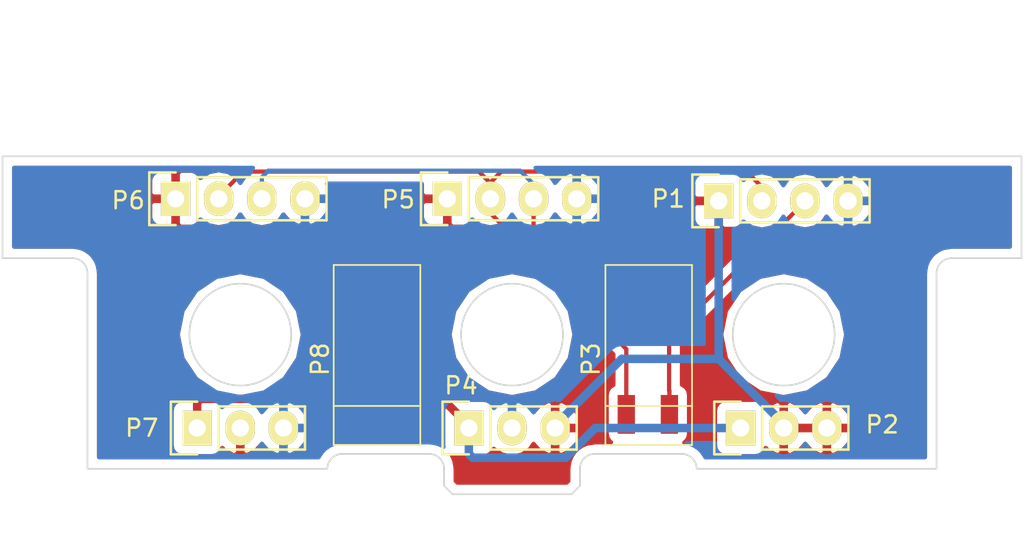
<source format=kicad_pcb>
(kicad_pcb (version 4) (host pcbnew "(2016-01-25 BZR 6514, Git a23e712)-product")

  (general
    (links 22)
    (no_connects 0)
    (area 145.949999 104.949999 206.050001 124.950001)
    (thickness 1.6)
    (drawings 31)
    (tracks 59)
    (zones 0)
    (modules 8)
    (nets 6)
  )

  (page A4)
  (layers
    (0 F.Cu signal hide)
    (31 B.Cu signal hide)
    (32 B.Adhes user)
    (33 F.Adhes user)
    (34 B.Paste user)
    (35 F.Paste user)
    (36 B.SilkS user)
    (37 F.SilkS user)
    (38 B.Mask user)
    (39 F.Mask user)
    (40 Dwgs.User user)
    (41 Cmts.User user)
    (42 Eco1.User user)
    (43 Eco2.User user)
    (44 Edge.Cuts user)
    (45 Margin user)
    (46 B.CrtYd user)
    (47 F.CrtYd user)
    (48 B.Fab user)
    (49 F.Fab user)
  )

  (setup
    (last_trace_width 0.25)
    (trace_clearance 0.2)
    (zone_clearance 0.508)
    (zone_45_only no)
    (trace_min 0.2)
    (segment_width 0.2)
    (edge_width 0.1)
    (via_size 0.6)
    (via_drill 0.4)
    (via_min_size 0.4)
    (via_min_drill 0.3)
    (uvia_size 0.3)
    (uvia_drill 0.1)
    (uvias_allowed no)
    (uvia_min_size 0.2)
    (uvia_min_drill 0.1)
    (pcb_text_width 0.3)
    (pcb_text_size 1.5 1.5)
    (mod_edge_width 0.15)
    (mod_text_size 1 1)
    (mod_text_width 0.15)
    (pad_size 1.524 1.524)
    (pad_drill 0.762)
    (pad_to_mask_clearance 0.2)
    (aux_axis_origin 0 0)
    (visible_elements FFFFFF7F)
    (pcbplotparams
      (layerselection 0x010f0_ffffffff)
      (usegerberextensions true)
      (excludeedgelayer true)
      (linewidth 0.100000)
      (plotframeref false)
      (viasonmask false)
      (mode 1)
      (useauxorigin true)
      (hpglpennumber 1)
      (hpglpenspeed 20)
      (hpglpendiameter 15)
      (hpglpenoverlay 2)
      (psnegative false)
      (psa4output false)
      (plotreference true)
      (plotvalue true)
      (plotinvisibletext false)
      (padsonsilk false)
      (subtractmaskfromsilk false)
      (outputformat 1)
      (mirror false)
      (drillshape 0)
      (scaleselection 1)
      (outputdirectory LED-Board-3x-Carrier-gerbers))
  )

  (net 0 "")
  (net 1 GND)
  (net 2 SDA)
  (net 3 SCL)
  (net 4 VDD)
  (net 5 LED)

  (net_class Default "This is the default net class."
    (clearance 0.2)
    (trace_width 0.25)
    (via_dia 0.6)
    (via_drill 0.4)
    (uvia_dia 0.3)
    (uvia_drill 0.1)
    (add_net SCL)
    (add_net SDA)
  )

  (net_class POWER ""
    (clearance 0.2)
    (trace_width 0.5)
    (via_dia 0.6)
    (via_drill 0.4)
    (uvia_dia 0.3)
    (uvia_drill 0.1)
    (add_net GND)
    (add_net LED)
    (add_net VDD)
  )

  (module Socket_Strips:Socket_Strip_Straight_1x03 (layer F.Cu) (tedit 574AE745) (tstamp 574AE13C)
    (at 189.46 121)
    (descr "Through hole socket strip")
    (tags "socket strip")
    (path /5748C5FC)
    (fp_text reference P2 (at 8.34 -0.2) (layer F.SilkS)
      (effects (font (size 1 1) (thickness 0.15)))
    )
    (fp_text value CONN_01X03 (at 0 -3.1) (layer F.Fab) hide
      (effects (font (size 1 1) (thickness 0.15)))
    )
    (fp_line (start 0 -1.55) (end -1.55 -1.55) (layer F.SilkS) (width 0.15))
    (fp_line (start -1.55 -1.55) (end -1.55 1.55) (layer F.SilkS) (width 0.15))
    (fp_line (start -1.55 1.55) (end 0 1.55) (layer F.SilkS) (width 0.15))
    (fp_line (start -1.75 -1.75) (end -1.75 1.75) (layer F.CrtYd) (width 0.05))
    (fp_line (start 6.85 -1.75) (end 6.85 1.75) (layer F.CrtYd) (width 0.05))
    (fp_line (start -1.75 -1.75) (end 6.85 -1.75) (layer F.CrtYd) (width 0.05))
    (fp_line (start -1.75 1.75) (end 6.85 1.75) (layer F.CrtYd) (width 0.05))
    (fp_line (start 1.27 -1.27) (end 6.35 -1.27) (layer F.SilkS) (width 0.15))
    (fp_line (start 6.35 -1.27) (end 6.35 1.27) (layer F.SilkS) (width 0.15))
    (fp_line (start 6.35 1.27) (end 1.27 1.27) (layer F.SilkS) (width 0.15))
    (fp_line (start 1.27 1.27) (end 1.27 -1.27) (layer F.SilkS) (width 0.15))
    (pad 1 thru_hole rect (at 0 0) (size 1.7272 2.032) (drill 1.016) (layers *.Cu *.Mask F.SilkS)
      (net 5 LED))
    (pad 2 thru_hole oval (at 2.54 0) (size 1.7272 2.032) (drill 1.016) (layers *.Cu *.Mask F.SilkS)
      (net 1 GND))
    (pad 3 thru_hole oval (at 5.08 0) (size 1.7272 2.032) (drill 1.016) (layers *.Cu *.Mask F.SilkS)
      (net 1 GND))
    (model Socket_Strips.3dshapes/Socket_Strip_Straight_1x03.wrl
      (at (xyz 0.1 0 0))
      (scale (xyz 1 1 1))
      (rotate (xyz 0 0 180))
    )
  )

  (module Socket_Strips:Socket_Strip_Straight_1x03 (layer F.Cu) (tedit 574AE740) (tstamp 574AE157)
    (at 173.46 121)
    (descr "Through hole socket strip")
    (tags "socket strip")
    (path /5748C66E)
    (fp_text reference P4 (at -0.46 -2.5) (layer F.SilkS)
      (effects (font (size 1 1) (thickness 0.15)))
    )
    (fp_text value CONN_01X03 (at 0 -3.1) (layer F.Fab) hide
      (effects (font (size 1 1) (thickness 0.15)))
    )
    (fp_line (start 0 -1.55) (end -1.55 -1.55) (layer F.SilkS) (width 0.15))
    (fp_line (start -1.55 -1.55) (end -1.55 1.55) (layer F.SilkS) (width 0.15))
    (fp_line (start -1.55 1.55) (end 0 1.55) (layer F.SilkS) (width 0.15))
    (fp_line (start -1.75 -1.75) (end -1.75 1.75) (layer F.CrtYd) (width 0.05))
    (fp_line (start 6.85 -1.75) (end 6.85 1.75) (layer F.CrtYd) (width 0.05))
    (fp_line (start -1.75 -1.75) (end 6.85 -1.75) (layer F.CrtYd) (width 0.05))
    (fp_line (start -1.75 1.75) (end 6.85 1.75) (layer F.CrtYd) (width 0.05))
    (fp_line (start 1.27 -1.27) (end 6.35 -1.27) (layer F.SilkS) (width 0.15))
    (fp_line (start 6.35 -1.27) (end 6.35 1.27) (layer F.SilkS) (width 0.15))
    (fp_line (start 6.35 1.27) (end 1.27 1.27) (layer F.SilkS) (width 0.15))
    (fp_line (start 1.27 1.27) (end 1.27 -1.27) (layer F.SilkS) (width 0.15))
    (pad 1 thru_hole rect (at 0 0) (size 1.7272 2.032) (drill 1.016) (layers *.Cu *.Mask F.SilkS)
      (net 5 LED))
    (pad 2 thru_hole oval (at 2.54 0) (size 1.7272 2.032) (drill 1.016) (layers *.Cu *.Mask F.SilkS)
      (net 4 VDD))
    (pad 3 thru_hole oval (at 5.08 0) (size 1.7272 2.032) (drill 1.016) (layers *.Cu *.Mask F.SilkS)
      (net 1 GND))
    (model Socket_Strips.3dshapes/Socket_Strip_Straight_1x03.wrl
      (at (xyz 0.1 0 0))
      (scale (xyz 1 1 1))
      (rotate (xyz 0 0 180))
    )
  )

  (module Socket_Strips:Socket_Strip_Straight_1x04 (layer F.Cu) (tedit 0) (tstamp 574AE15F)
    (at 172.19 107.5)
    (descr "Through hole socket strip")
    (tags "socket strip")
    (path /5748C7F3)
    (fp_text reference P5 (at -2.89 0.05) (layer F.SilkS)
      (effects (font (size 1 1) (thickness 0.15)))
    )
    (fp_text value CONN_01X04 (at 4.81 2.5) (layer F.Fab)
      (effects (font (size 1 1) (thickness 0.15)))
    )
    (fp_line (start -1.75 -1.75) (end -1.75 1.75) (layer F.CrtYd) (width 0.05))
    (fp_line (start 9.4 -1.75) (end 9.4 1.75) (layer F.CrtYd) (width 0.05))
    (fp_line (start -1.75 -1.75) (end 9.4 -1.75) (layer F.CrtYd) (width 0.05))
    (fp_line (start -1.75 1.75) (end 9.4 1.75) (layer F.CrtYd) (width 0.05))
    (fp_line (start 1.27 -1.27) (end 8.89 -1.27) (layer F.SilkS) (width 0.15))
    (fp_line (start 1.27 1.27) (end 8.89 1.27) (layer F.SilkS) (width 0.15))
    (fp_line (start -1.55 1.55) (end 0 1.55) (layer F.SilkS) (width 0.15))
    (fp_line (start 8.89 -1.27) (end 8.89 1.27) (layer F.SilkS) (width 0.15))
    (fp_line (start 1.27 1.27) (end 1.27 -1.27) (layer F.SilkS) (width 0.15))
    (fp_line (start 0 -1.55) (end -1.55 -1.55) (layer F.SilkS) (width 0.15))
    (fp_line (start -1.55 -1.55) (end -1.55 1.55) (layer F.SilkS) (width 0.15))
    (pad 1 thru_hole rect (at 0 0) (size 1.7272 2.032) (drill 1.016) (layers *.Cu *.Mask F.SilkS)
      (net 1 GND))
    (pad 2 thru_hole oval (at 2.54 0) (size 1.7272 2.032) (drill 1.016) (layers *.Cu *.Mask F.SilkS)
      (net 2 SDA))
    (pad 3 thru_hole oval (at 5.08 0) (size 1.7272 2.032) (drill 1.016) (layers *.Cu *.Mask F.SilkS)
      (net 3 SCL))
    (pad 4 thru_hole oval (at 7.62 0) (size 1.7272 2.032) (drill 1.016) (layers *.Cu *.Mask F.SilkS)
      (net 4 VDD))
    (model Socket_Strips.3dshapes/Socket_Strip_Straight_1x04.wrl
      (at (xyz 0.15 0 0))
      (scale (xyz 1 1 1))
      (rotate (xyz 0 0 180))
    )
  )

  (module Socket_Strips:Socket_Strip_Straight_1x04 (layer F.Cu) (tedit 0) (tstamp 574AE167)
    (at 156.19 107.5)
    (descr "Through hole socket strip")
    (tags "socket strip")
    (path /5748C88D)
    (fp_text reference P6 (at -2.79 0.1) (layer F.SilkS)
      (effects (font (size 1 1) (thickness 0.15)))
    )
    (fp_text value CONN_01X04 (at 2.81 2.5) (layer F.Fab)
      (effects (font (size 1 1) (thickness 0.15)))
    )
    (fp_line (start -1.75 -1.75) (end -1.75 1.75) (layer F.CrtYd) (width 0.05))
    (fp_line (start 9.4 -1.75) (end 9.4 1.75) (layer F.CrtYd) (width 0.05))
    (fp_line (start -1.75 -1.75) (end 9.4 -1.75) (layer F.CrtYd) (width 0.05))
    (fp_line (start -1.75 1.75) (end 9.4 1.75) (layer F.CrtYd) (width 0.05))
    (fp_line (start 1.27 -1.27) (end 8.89 -1.27) (layer F.SilkS) (width 0.15))
    (fp_line (start 1.27 1.27) (end 8.89 1.27) (layer F.SilkS) (width 0.15))
    (fp_line (start -1.55 1.55) (end 0 1.55) (layer F.SilkS) (width 0.15))
    (fp_line (start 8.89 -1.27) (end 8.89 1.27) (layer F.SilkS) (width 0.15))
    (fp_line (start 1.27 1.27) (end 1.27 -1.27) (layer F.SilkS) (width 0.15))
    (fp_line (start 0 -1.55) (end -1.55 -1.55) (layer F.SilkS) (width 0.15))
    (fp_line (start -1.55 -1.55) (end -1.55 1.55) (layer F.SilkS) (width 0.15))
    (pad 1 thru_hole rect (at 0 0) (size 1.7272 2.032) (drill 1.016) (layers *.Cu *.Mask F.SilkS)
      (net 1 GND))
    (pad 2 thru_hole oval (at 2.54 0) (size 1.7272 2.032) (drill 1.016) (layers *.Cu *.Mask F.SilkS)
      (net 2 SDA))
    (pad 3 thru_hole oval (at 5.08 0) (size 1.7272 2.032) (drill 1.016) (layers *.Cu *.Mask F.SilkS)
      (net 3 SCL))
    (pad 4 thru_hole oval (at 7.62 0) (size 1.7272 2.032) (drill 1.016) (layers *.Cu *.Mask F.SilkS)
      (net 4 VDD))
    (model Socket_Strips.3dshapes/Socket_Strip_Straight_1x04.wrl
      (at (xyz 0.15 0 0))
      (scale (xyz 1 1 1))
      (rotate (xyz 0 0 180))
    )
  )

  (module Socket_Strips:Socket_Strip_Straight_1x03 (layer F.Cu) (tedit 574AE73D) (tstamp 574AE16E)
    (at 157.46 121)
    (descr "Through hole socket strip")
    (tags "socket strip")
    (path /5748C6AA)
    (fp_text reference P7 (at -3.26 0) (layer F.SilkS)
      (effects (font (size 1 1) (thickness 0.15)))
    )
    (fp_text value CONN_01X03 (at 0 -3.1) (layer F.Fab) hide
      (effects (font (size 1 1) (thickness 0.15)))
    )
    (fp_line (start 0 -1.55) (end -1.55 -1.55) (layer F.SilkS) (width 0.15))
    (fp_line (start -1.55 -1.55) (end -1.55 1.55) (layer F.SilkS) (width 0.15))
    (fp_line (start -1.55 1.55) (end 0 1.55) (layer F.SilkS) (width 0.15))
    (fp_line (start -1.75 -1.75) (end -1.75 1.75) (layer F.CrtYd) (width 0.05))
    (fp_line (start 6.85 -1.75) (end 6.85 1.75) (layer F.CrtYd) (width 0.05))
    (fp_line (start -1.75 -1.75) (end 6.85 -1.75) (layer F.CrtYd) (width 0.05))
    (fp_line (start -1.75 1.75) (end 6.85 1.75) (layer F.CrtYd) (width 0.05))
    (fp_line (start 1.27 -1.27) (end 6.35 -1.27) (layer F.SilkS) (width 0.15))
    (fp_line (start 6.35 -1.27) (end 6.35 1.27) (layer F.SilkS) (width 0.15))
    (fp_line (start 6.35 1.27) (end 1.27 1.27) (layer F.SilkS) (width 0.15))
    (fp_line (start 1.27 1.27) (end 1.27 -1.27) (layer F.SilkS) (width 0.15))
    (pad 1 thru_hole rect (at 0 0) (size 1.7272 2.032) (drill 1.016) (layers *.Cu *.Mask F.SilkS)
      (net 5 LED))
    (pad 2 thru_hole oval (at 2.54 0) (size 1.7272 2.032) (drill 1.016) (layers *.Cu *.Mask F.SilkS)
      (net 1 GND))
    (pad 3 thru_hole oval (at 5.08 0) (size 1.7272 2.032) (drill 1.016) (layers *.Cu *.Mask F.SilkS)
      (net 4 VDD))
    (model Socket_Strips.3dshapes/Socket_Strip_Straight_1x03.wrl
      (at (xyz 0.1 0 0))
      (scale (xyz 1 1 1))
      (rotate (xyz 0 0 180))
    )
  )

  (module Footprints:SSM-102-X-DH (layer F.Cu) (tedit 576A5B08) (tstamp 574AE150)
    (at 184 115.5)
    (path /574B3557)
    (fp_text reference P3 (at -3.35 1.45 90) (layer F.SilkS)
      (effects (font (size 1 1) (thickness 0.15)))
    )
    (fp_text value CONN_02X02 (at 0 -0.5 90) (layer F.Fab)
      (effects (font (size 1 1) (thickness 0.15)))
    )
    (fp_line (start 2.6 6.5) (end 2.6 4.2) (layer F.SilkS) (width 0.1))
    (fp_line (start -2.5 6.5) (end 2.6 6.5) (layer F.SilkS) (width 0.1))
    (fp_line (start -2.5 4.2) (end -2.5 6.5) (layer F.SilkS) (width 0.1))
    (fp_line (start 2.6 -4.1) (end -2.5 -4.1) (layer F.SilkS) (width 0.1))
    (fp_line (start 2.6 4.2) (end 2.6 -4.1) (layer F.SilkS) (width 0.1))
    (fp_line (start -2.5 4.2) (end 2.6 4.2) (layer F.SilkS) (width 0.1))
    (fp_line (start -2.5 -4.1) (end -2.5 4.2) (layer F.SilkS) (width 0.1))
    (fp_line (start -2.4 4.1) (end -2.4 -4) (layer F.Fab) (width 0.1))
    (fp_line (start 2.4 4.1) (end -2.4 4.1) (layer F.Fab) (width 0.1))
    (fp_line (start 2.4 -4) (end 2.4 4.1) (layer F.Fab) (width 0.1))
    (fp_line (start -2.4 -4) (end 2.4 -4) (layer F.Fab) (width 0.1))
    (pad 2 smd rect (at -1.27 -4.698) (size 1.02 2.285) (layers F.Cu F.Paste F.Mask)
      (net 1 GND))
    (pad 4 smd rect (at 1.27 -4.698) (size 1.02 2.285) (layers F.Cu F.Paste F.Mask)
      (net 4 VDD))
    (pad 1 smd rect (at -1.27 4.697) (size 1.02 2.285) (layers F.Cu F.Paste F.Mask)
      (net 2 SDA))
    (pad 3 smd rect (at 1.27 4.697) (size 1.02 2.285) (layers F.Cu F.Paste F.Mask)
      (net 3 SCL))
  )

  (module Socket_Strips:Socket_Strip_Straight_1x04 (layer F.Cu) (tedit 0) (tstamp 576A5BF3)
    (at 188.17 107.625)
    (descr "Through hole socket strip")
    (tags "socket strip")
    (path /5748C786)
    (fp_text reference P1 (at -2.97 -0.125) (layer F.SilkS)
      (effects (font (size 1 1) (thickness 0.15)))
    )
    (fp_text value CONN_01X04 (at 3.83 2.375) (layer F.Fab)
      (effects (font (size 1 1) (thickness 0.15)))
    )
    (fp_line (start -1.75 -1.75) (end -1.75 1.75) (layer F.CrtYd) (width 0.05))
    (fp_line (start 9.4 -1.75) (end 9.4 1.75) (layer F.CrtYd) (width 0.05))
    (fp_line (start -1.75 -1.75) (end 9.4 -1.75) (layer F.CrtYd) (width 0.05))
    (fp_line (start -1.75 1.75) (end 9.4 1.75) (layer F.CrtYd) (width 0.05))
    (fp_line (start 1.27 -1.27) (end 8.89 -1.27) (layer F.SilkS) (width 0.15))
    (fp_line (start 1.27 1.27) (end 8.89 1.27) (layer F.SilkS) (width 0.15))
    (fp_line (start -1.55 1.55) (end 0 1.55) (layer F.SilkS) (width 0.15))
    (fp_line (start 8.89 -1.27) (end 8.89 1.27) (layer F.SilkS) (width 0.15))
    (fp_line (start 1.27 1.27) (end 1.27 -1.27) (layer F.SilkS) (width 0.15))
    (fp_line (start 0 -1.55) (end -1.55 -1.55) (layer F.SilkS) (width 0.15))
    (fp_line (start -1.55 -1.55) (end -1.55 1.55) (layer F.SilkS) (width 0.15))
    (pad 1 thru_hole rect (at 0 0) (size 1.7272 2.032) (drill 1.016) (layers *.Cu *.Mask F.SilkS)
      (net 1 GND))
    (pad 2 thru_hole oval (at 2.54 0) (size 1.7272 2.032) (drill 1.016) (layers *.Cu *.Mask F.SilkS)
      (net 2 SDA))
    (pad 3 thru_hole oval (at 5.08 0) (size 1.7272 2.032) (drill 1.016) (layers *.Cu *.Mask F.SilkS)
      (net 3 SCL))
    (pad 4 thru_hole oval (at 7.62 0) (size 1.7272 2.032) (drill 1.016) (layers *.Cu *.Mask F.SilkS)
      (net 4 VDD))
    (model Socket_Strips.3dshapes/Socket_Strip_Straight_1x04.wrl
      (at (xyz 0.15 0 0))
      (scale (xyz 1 1 1))
      (rotate (xyz 0 0 180))
    )
  )

  (module Footprints:SSM-102-X-DH (layer F.Cu) (tedit 576A5B08) (tstamp 576BB2F4)
    (at 168 115.5)
    (path /5770DE7C)
    (fp_text reference P8 (at -3.3 1.45 90) (layer F.SilkS)
      (effects (font (size 1 1) (thickness 0.15)))
    )
    (fp_text value CONN_02X02 (at 0 -0.5 90) (layer F.Fab)
      (effects (font (size 1 1) (thickness 0.15)))
    )
    (fp_line (start 2.6 6.5) (end 2.6 4.2) (layer F.SilkS) (width 0.1))
    (fp_line (start -2.5 6.5) (end 2.6 6.5) (layer F.SilkS) (width 0.1))
    (fp_line (start -2.5 4.2) (end -2.5 6.5) (layer F.SilkS) (width 0.1))
    (fp_line (start 2.6 -4.1) (end -2.5 -4.1) (layer F.SilkS) (width 0.1))
    (fp_line (start 2.6 4.2) (end 2.6 -4.1) (layer F.SilkS) (width 0.1))
    (fp_line (start -2.5 4.2) (end 2.6 4.2) (layer F.SilkS) (width 0.1))
    (fp_line (start -2.5 -4.1) (end -2.5 4.2) (layer F.SilkS) (width 0.1))
    (fp_line (start -2.4 4.1) (end -2.4 -4) (layer F.Fab) (width 0.1))
    (fp_line (start 2.4 4.1) (end -2.4 4.1) (layer F.Fab) (width 0.1))
    (fp_line (start 2.4 -4) (end 2.4 4.1) (layer F.Fab) (width 0.1))
    (fp_line (start -2.4 -4) (end 2.4 -4) (layer F.Fab) (width 0.1))
    (pad 2 smd rect (at -1.27 -4.698) (size 1.02 2.285) (layers F.Cu F.Paste F.Mask)
      (net 1 GND))
    (pad 4 smd rect (at 1.27 -4.698) (size 1.02 2.285) (layers F.Cu F.Paste F.Mask)
      (net 5 LED))
    (pad 1 smd rect (at -1.27 4.697) (size 1.02 2.285) (layers F.Cu F.Paste F.Mask))
    (pad 3 smd rect (at 1.27 4.697) (size 1.02 2.285) (layers F.Cu F.Paste F.Mask))
  )

  (gr_line (start 206 102) (end 206 124) (layer Eco1.User) (width 0.2))
  (gr_line (start 146 101) (end 146 123) (layer Eco1.User) (width 0.2))
  (dimension 30 (width 0.3) (layer Eco1.User)
    (gr_text "30.000 mm" (at 161 97.65) (layer Eco1.User)
      (effects (font (size 1.5 1.5) (thickness 0.3)))
    )
    (feature1 (pts (xy 146 102) (xy 146 96.3)))
    (feature2 (pts (xy 176 102) (xy 176 96.3)))
    (crossbar (pts (xy 176 99) (xy 146 99)))
    (arrow1a (pts (xy 146 99) (xy 147.126504 98.413579)))
    (arrow1b (pts (xy 146 99) (xy 147.126504 99.586421)))
    (arrow2a (pts (xy 176 99) (xy 174.873496 98.413579)))
    (arrow2b (pts (xy 176 99) (xy 174.873496 99.586421)))
  )
  (dimension 30 (width 0.3) (layer Eco1.User)
    (gr_text "30.000 mm" (at 191 97.65) (layer Eco1.User)
      (effects (font (size 1.5 1.5) (thickness 0.3)))
    )
    (feature1 (pts (xy 206 102) (xy 206 96.3)))
    (feature2 (pts (xy 176 102) (xy 176 96.3)))
    (crossbar (pts (xy 176 99) (xy 206 99)))
    (arrow1a (pts (xy 206 99) (xy 204.873496 99.586421)))
    (arrow1b (pts (xy 206 99) (xy 204.873496 98.413579)))
    (arrow2a (pts (xy 176 99) (xy 177.126504 99.586421)))
    (arrow2b (pts (xy 176 99) (xy 177.126504 98.413579)))
  )
  (gr_line (start 176 102) (end 176 128) (layer Eco1.User) (width 0.2))
  (gr_arc (start 150.125 111.875) (end 150.125 111) (angle 90) (layer Edge.Cuts) (width 0.1) (tstamp 574AE97A))
  (gr_arc (start 201.875 111.875) (end 201 111.875) (angle 90) (layer Edge.Cuts) (width 0.1) (tstamp 574AE947))
  (gr_line (start 160 115.5) (end 176 115.5) (layer Eco1.User) (width 0.2))
  (gr_arc (start 171.125 123.4) (end 171.125 122.525) (angle 90) (layer Edge.Cuts) (width 0.1) (tstamp 574AD035))
  (gr_arc (start 166 123.4) (end 165.125 123.4) (angle 90) (layer Edge.Cuts) (width 0.1) (tstamp 574AD017))
  (gr_arc (start 180.875 123.4) (end 180 123.4) (angle 90) (layer Edge.Cuts) (width 0.1) (tstamp 574ACFF1))
  (gr_arc (start 186 123.4) (end 186 122.525) (angle 90) (layer Edge.Cuts) (width 0.1))
  (gr_line (start 151 111.875) (end 151 123.4) (layer Edge.Cuts) (width 0.1))
  (gr_line (start 146 111) (end 150.125 111) (layer Edge.Cuts) (width 0.1))
  (gr_line (start 146 105) (end 146 111) (layer Edge.Cuts) (width 0.1))
  (gr_line (start 179.5 124.9) (end 180 124.4) (layer Edge.Cuts) (width 0.1))
  (gr_line (start 172.5 124.9) (end 179.5 124.9) (layer Edge.Cuts) (width 0.1))
  (gr_line (start 172 124.4) (end 172.5 124.9) (layer Edge.Cuts) (width 0.1))
  (gr_line (start 172 123.4) (end 172 124.4) (layer Edge.Cuts) (width 0.1))
  (gr_line (start 166 122.525) (end 171.125 122.525) (layer Edge.Cuts) (width 0.1))
  (gr_line (start 151 123.4) (end 165.125 123.4) (layer Edge.Cuts) (width 0.1))
  (gr_circle (center 176 115.5) (end 179 115.5) (layer Edge.Cuts) (width 0.1))
  (gr_circle (center 160 115.5) (end 163 115.5) (layer Edge.Cuts) (width 0.1))
  (gr_line (start 206 111) (end 206 105) (layer Edge.Cuts) (width 0.1))
  (gr_line (start 201.875 111) (end 206 111) (layer Edge.Cuts) (width 0.1))
  (gr_line (start 201 123.4) (end 201 111.875) (layer Edge.Cuts) (width 0.1))
  (gr_line (start 186.875 123.4) (end 201 123.4) (layer Edge.Cuts) (width 0.1))
  (gr_line (start 180.875 122.525) (end 186 122.525) (layer Edge.Cuts) (width 0.1))
  (gr_line (start 180 124.4) (end 180 123.4) (layer Edge.Cuts) (width 0.1))
  (gr_line (start 206 105) (end 146 105) (layer Edge.Cuts) (width 0.1))
  (gr_circle (center 192 115.5) (end 195 115.5) (layer Edge.Cuts) (width 0.1))

  (segment (start 178.54 121) (end 178.54 120.8476) (width 0.5) (layer B.Cu) (net 1))
  (segment (start 178.54 120.8476) (end 182.457612 116.929988) (width 0.5) (layer B.Cu) (net 1))
  (segment (start 182.457612 116.929988) (end 188.17 116.929988) (width 0.5) (layer B.Cu) (net 1))
  (segment (start 188.17 107.625) (end 188.17 116.929988) (width 0.5) (layer B.Cu) (net 1))
  (segment (start 188.17 116.929988) (end 192 120.759988) (width 0.5) (layer B.Cu) (net 1))
  (segment (start 192 120.759988) (end 192 121) (width 0.5) (layer B.Cu) (net 1))
  (segment (start 174.73 107.5) (end 174.73 106.539075) (width 0.25) (layer F.Cu) (net 2))
  (segment (start 174.73 106.539075) (end 175.369166 105.899909) (width 0.25) (layer F.Cu) (net 2))
  (segment (start 175.369166 105.899909) (end 189.812816 105.899909) (width 0.25) (layer F.Cu) (net 2))
  (segment (start 189.812816 105.899909) (end 190.73 106.817093) (width 0.25) (layer F.Cu) (net 2))
  (segment (start 190.73 106.817093) (end 190.73 107.5) (width 0.25) (layer F.Cu) (net 2))
  (segment (start 174.73 107.5) (end 174.73 106.579705) (width 0.25) (layer F.Cu) (net 2))
  (segment (start 174.73 106.579705) (end 174.050295 105.9) (width 0.25) (layer F.Cu) (net 2))
  (segment (start 160.1776 105.9) (end 158.73 107.3476) (width 0.25) (layer F.Cu) (net 2))
  (segment (start 174.050295 105.9) (end 160.1776 105.9) (width 0.25) (layer F.Cu) (net 2))
  (segment (start 158.73 107.3476) (end 158.73 107.5) (width 0.25) (layer F.Cu) (net 2))
  (segment (start 174.73 108.246082) (end 174.73 107.5) (width 0.25) (layer F.Cu) (net 2))
  (segment (start 182.73 120.197) (end 182.73 116.353134) (width 0.25) (layer F.Cu) (net 2))
  (segment (start 182.73 116.353134) (end 174.73 108.353134) (width 0.25) (layer F.Cu) (net 2))
  (segment (start 174.73 108.353134) (end 174.73 107.5) (width 0.25) (layer F.Cu) (net 2))
  (segment (start 177.27 107.5) (end 177.27 106.642534) (width 0.25) (layer B.Cu) (net 3))
  (segment (start 177.27 106.642534) (end 176.477466 105.85) (width 0.25) (layer B.Cu) (net 3))
  (segment (start 176.477466 105.85) (end 161.654 105.85) (width 0.25) (layer B.Cu) (net 3))
  (segment (start 161.654 105.85) (end 161.27 106.234) (width 0.25) (layer B.Cu) (net 3))
  (segment (start 161.27 106.234) (end 161.27 107.5) (width 0.25) (layer B.Cu) (net 3))
  (segment (start 181.690529 114.196196) (end 185.25 114.196196) (width 0.25) (layer F.Cu) (net 3))
  (segment (start 185.25 114.196196) (end 186.726204 114.196196) (width 0.25) (layer F.Cu) (net 3))
  (segment (start 185.25 118.7845) (end 185.25 114.196196) (width 0.25) (layer F.Cu) (net 3))
  (segment (start 185.27 120.197) (end 185.27 118.8045) (width 0.25) (layer F.Cu) (net 3))
  (segment (start 185.27 118.8045) (end 185.25 118.7845) (width 0.25) (layer F.Cu) (net 3))
  (segment (start 177.27 107.5) (end 177.27 109.775667) (width 0.25) (layer F.Cu) (net 3))
  (segment (start 177.27 109.775667) (end 181.690529 114.196196) (width 0.25) (layer F.Cu) (net 3))
  (segment (start 186.726204 114.196196) (end 193.27 107.6524) (width 0.25) (layer F.Cu) (net 3))
  (segment (start 193.27 107.6524) (end 193.27 107.5) (width 0.25) (layer F.Cu) (net 3))
  (segment (start 177.27 108.524176) (end 177.27 107.5) (width 0.25) (layer F.Cu) (net 3))
  (segment (start 179.81 107.5) (end 182.6005 107.5) (width 0.5) (layer F.Cu) (net 4))
  (segment (start 182.6005 107.5) (end 185.27 110.1695) (width 0.5) (layer F.Cu) (net 4))
  (segment (start 185.27 110.1695) (end 185.27 110.802) (width 0.5) (layer F.Cu) (net 4))
  (segment (start 195.81 107.6524) (end 195.81 107.5) (width 0.5) (layer B.Cu) (net 4))
  (segment (start 163.81 107.5) (end 163.81 107.56101) (width 0.5) (layer B.Cu) (net 4))
  (segment (start 163.81 107.5) (end 163.81 107.561009) (width 0.5) (layer B.Cu) (net 4))
  (segment (start 176 121) (end 176 121.1524) (width 0.5) (layer B.Cu) (net 4))
  (segment (start 157.46 121) (end 157.46 119.484) (width 0.5) (layer F.Cu) (net 5))
  (segment (start 157.46 119.484) (end 157.659556 119.284444) (width 0.5) (layer F.Cu) (net 5))
  (segment (start 157.659556 119.284444) (end 163.165556 119.284444) (width 0.5) (layer F.Cu) (net 5))
  (segment (start 163.165556 119.284444) (end 165.35 117.1) (width 0.5) (layer F.Cu) (net 5))
  (segment (start 165.35 117.1) (end 169.25 117.1) (width 0.5) (layer F.Cu) (net 5))
  (segment (start 179.15 122.75) (end 180.9 121) (width 0.5) (layer B.Cu) (net 5))
  (segment (start 180.9 121) (end 181.75 121) (width 0.5) (layer B.Cu) (net 5))
  (segment (start 173.694 122.75) (end 179.15 122.75) (width 0.5) (layer B.Cu) (net 5))
  (segment (start 173.46 121) (end 173.46 122.516) (width 0.5) (layer B.Cu) (net 5))
  (segment (start 173.46 122.516) (end 173.694 122.75) (width 0.5) (layer B.Cu) (net 5))
  (segment (start 181.75 121) (end 189.46 121) (width 0.5) (layer B.Cu) (net 5))
  (segment (start 169.25 117.1) (end 169.7124 117.1) (width 0.5) (layer F.Cu) (net 5))
  (segment (start 169.27 110.802) (end 169.27 117.08) (width 0.5) (layer F.Cu) (net 5))
  (segment (start 169.27 117.08) (end 169.25 117.1) (width 0.5) (layer F.Cu) (net 5))
  (segment (start 169.7124 117.1) (end 173.46 120.8476) (width 0.5) (layer F.Cu) (net 5))
  (segment (start 173.46 120.8476) (end 173.46 121) (width 0.5) (layer F.Cu) (net 5))
  (segment (start 189.46 121) (end 189.289972 121) (width 0.5) (layer B.Cu) (net 5))

  (zone (net 1) (net_name GND) (layer F.Cu) (tstamp 0) (hatch edge 0.508)
    (connect_pads (clearance 0.508))
    (min_thickness 0.254)
    (fill yes (arc_segments 16) (thermal_gap 0.508) (thermal_bridge_width 0.508))
    (polygon
      (pts
        (xy 143 104) (xy 207.788992 103.659121) (xy 207.038992 125.659121) (xy 145 126)
      )
    )
    (filled_polygon
      (pts
        (xy 159.110464 105.892334) (xy 158.73 105.816655) (xy 158.156511 105.930729) (xy 157.67033 106.255585) (xy 157.6555 106.27778)
        (xy 157.591927 106.124301) (xy 157.413298 105.945673) (xy 157.179909 105.849) (xy 156.47575 105.849) (xy 156.317 106.00775)
        (xy 156.317 107.373) (xy 156.337 107.373) (xy 156.337 107.627) (xy 156.317 107.627) (xy 156.317 108.99225)
        (xy 156.47575 109.151) (xy 157.179909 109.151) (xy 157.413298 109.054327) (xy 157.591927 108.875699) (xy 157.6555 108.72222)
        (xy 157.67033 108.744415) (xy 158.156511 109.069271) (xy 158.73 109.183345) (xy 159.303489 109.069271) (xy 159.78967 108.744415)
        (xy 160 108.429634) (xy 160.21033 108.744415) (xy 160.696511 109.069271) (xy 161.27 109.183345) (xy 161.843489 109.069271)
        (xy 162.32967 108.744415) (xy 162.54 108.429634) (xy 162.75033 108.744415) (xy 163.236511 109.069271) (xy 163.81 109.183345)
        (xy 164.383489 109.069271) (xy 164.86967 108.744415) (xy 165.194526 108.258234) (xy 165.288508 107.78575) (xy 170.6914 107.78575)
        (xy 170.6914 108.64231) (xy 170.788073 108.875699) (xy 170.966702 109.054327) (xy 171.200091 109.151) (xy 171.90425 109.151)
        (xy 172.063 108.99225) (xy 172.063 107.627) (xy 170.85015 107.627) (xy 170.6914 107.78575) (xy 165.288508 107.78575)
        (xy 165.3086 107.684745) (xy 165.3086 107.315255) (xy 165.194526 106.741766) (xy 165.139892 106.66) (xy 170.6914 106.66)
        (xy 170.6914 107.21425) (xy 170.85015 107.373) (xy 172.063 107.373) (xy 172.063 107.353) (xy 172.317 107.353)
        (xy 172.317 107.373) (xy 172.337 107.373) (xy 172.337 107.627) (xy 172.317 107.627) (xy 172.317 108.99225)
        (xy 172.47575 109.151) (xy 173.179909 109.151) (xy 173.413298 109.054327) (xy 173.591927 108.875699) (xy 173.6555 108.72222)
        (xy 173.67033 108.744415) (xy 174.156511 109.069271) (xy 174.424676 109.122612) (xy 177.394434 112.09237) (xy 176 111.815)
        (xy 174.589812 112.095504) (xy 173.394312 112.894312) (xy 172.595504 114.089812) (xy 172.315 115.5) (xy 172.595504 116.910188)
        (xy 173.394312 118.105688) (xy 174.589812 118.904496) (xy 176 119.185) (xy 177.410188 118.904496) (xy 178.605688 118.105688)
        (xy 179.404496 116.910188) (xy 179.685 115.5) (xy 179.40763 114.105566) (xy 181.97 116.667937) (xy 181.97 118.457836)
        (xy 181.762191 118.596691) (xy 181.621843 118.806735) (xy 181.57256 119.0545) (xy 181.57256 121.3395) (xy 181.621843 121.587265)
        (xy 181.762191 121.797309) (xy 181.826082 121.84) (xy 180.875 121.84) (xy 180.80883 121.853162) (xy 180.406516 121.919767)
        (xy 180.406514 121.919768) (xy 180.406513 121.919768) (xy 180.320384 121.955444) (xy 180.174189 122.016) (xy 180.159585 122.022049)
        (xy 179.875715 122.211726) (xy 179.82458 122.262862) (xy 179.686726 122.400715) (xy 179.497049 122.684585) (xy 179.497049 122.684586)
        (xy 179.497048 122.684587) (xy 179.394767 122.931516) (xy 179.328162 123.266364) (xy 179.328162 123.33383) (xy 179.315 123.4)
        (xy 179.315 124.116264) (xy 179.216264 124.215) (xy 172.783736 124.215) (xy 172.685 124.116264) (xy 172.685 123.4)
        (xy 172.671838 123.33383) (xy 172.671838 123.266364) (xy 172.605233 122.931516) (xy 172.502952 122.684587) (xy 172.502951 122.684586)
        (xy 172.502951 122.684585) (xy 172.472333 122.638762) (xy 172.5964 122.66344) (xy 174.3236 122.66344) (xy 174.571365 122.614157)
        (xy 174.781409 122.473809) (xy 174.921757 122.263765) (xy 174.928984 122.227434) (xy 174.94033 122.244415) (xy 175.426511 122.569271)
        (xy 176 122.683345) (xy 176.573489 122.569271) (xy 177.05967 122.244415) (xy 177.266461 121.934931) (xy 177.637964 122.350732)
        (xy 178.165209 122.604709) (xy 178.180974 122.607358) (xy 178.413 122.486217) (xy 178.413 121.127) (xy 178.667 121.127)
        (xy 178.667 122.486217) (xy 178.899026 122.607358) (xy 178.914791 122.604709) (xy 179.442036 122.350732) (xy 179.831954 121.91432)
        (xy 180.025184 121.361913) (xy 179.880924 121.127) (xy 178.667 121.127) (xy 178.413 121.127) (xy 178.393 121.127)
        (xy 178.393 120.873) (xy 178.413 120.873) (xy 178.413 119.513783) (xy 178.667 119.513783) (xy 178.667 120.873)
        (xy 179.880924 120.873) (xy 180.025184 120.638087) (xy 179.831954 120.08568) (xy 179.442036 119.649268) (xy 178.914791 119.395291)
        (xy 178.899026 119.392642) (xy 178.667 119.513783) (xy 178.413 119.513783) (xy 178.180974 119.392642) (xy 178.165209 119.395291)
        (xy 177.637964 119.649268) (xy 177.266461 120.065069) (xy 177.05967 119.755585) (xy 176.573489 119.430729) (xy 176 119.316655)
        (xy 175.426511 119.430729) (xy 174.94033 119.755585) (xy 174.928984 119.772566) (xy 174.921757 119.736235) (xy 174.781409 119.526191)
        (xy 174.571365 119.385843) (xy 174.3236 119.33656) (xy 173.200539 119.33656) (xy 170.33819 116.47421) (xy 170.308259 116.454211)
        (xy 170.155 116.351807) (xy 170.155 112.457641) (xy 170.237809 112.402309) (xy 170.378157 112.192265) (xy 170.42744 111.9445)
        (xy 170.42744 109.6595) (xy 170.378157 109.411735) (xy 170.237809 109.201691) (xy 170.027765 109.061343) (xy 169.78 109.01206)
        (xy 168.76 109.01206) (xy 168.512235 109.061343) (xy 168.302191 109.201691) (xy 168.161843 109.411735) (xy 168.11256 109.6595)
        (xy 168.11256 111.9445) (xy 168.161843 112.192265) (xy 168.302191 112.402309) (xy 168.385 112.457641) (xy 168.385 116.215)
        (xy 165.35 116.215) (xy 165.011325 116.282367) (xy 164.72421 116.47421) (xy 164.724208 116.474213) (xy 162.798976 118.399444)
        (xy 162.166051 118.399444) (xy 162.605688 118.105688) (xy 163.404496 116.910188) (xy 163.685 115.5) (xy 163.404496 114.089812)
        (xy 162.605688 112.894312) (xy 161.410188 112.095504) (xy 160 111.815) (xy 158.589812 112.095504) (xy 157.394312 112.894312)
        (xy 156.595504 114.089812) (xy 156.315 115.5) (xy 156.595504 116.910188) (xy 157.394312 118.105688) (xy 157.833949 118.399444)
        (xy 157.659561 118.399444) (xy 157.659556 118.399443) (xy 157.377072 118.455634) (xy 157.320881 118.466811) (xy 157.033766 118.658654)
        (xy 157.033764 118.658657) (xy 156.83421 118.85821) (xy 156.642367 119.145325) (xy 156.642367 119.145326) (xy 156.604327 119.33656)
        (xy 156.5964 119.33656) (xy 156.348635 119.385843) (xy 156.138591 119.526191) (xy 155.998243 119.736235) (xy 155.94896 119.984)
        (xy 155.94896 122.016) (xy 155.998243 122.263765) (xy 156.138591 122.473809) (xy 156.348635 122.614157) (xy 156.5964 122.66344)
        (xy 158.3236 122.66344) (xy 158.571365 122.614157) (xy 158.781409 122.473809) (xy 158.921757 122.263765) (xy 158.939694 122.17359)
        (xy 159.097964 122.350732) (xy 159.625209 122.604709) (xy 159.640974 122.607358) (xy 159.873 122.486217) (xy 159.873 121.127)
        (xy 159.853 121.127) (xy 159.853 120.873) (xy 159.873 120.873) (xy 159.873 120.853) (xy 160.127 120.853)
        (xy 160.127 120.873) (xy 160.147 120.873) (xy 160.147 121.127) (xy 160.127 121.127) (xy 160.127 122.486217)
        (xy 160.359026 122.607358) (xy 160.374791 122.604709) (xy 160.902036 122.350732) (xy 161.273539 121.934931) (xy 161.48033 122.244415)
        (xy 161.966511 122.569271) (xy 162.54 122.683345) (xy 163.113489 122.569271) (xy 163.59967 122.244415) (xy 163.924526 121.758234)
        (xy 164.0386 121.184745) (xy 164.0386 120.815255) (xy 163.924526 120.241766) (xy 163.730271 119.951043) (xy 163.791346 119.910234)
        (xy 163.791347 119.910233) (xy 165.716579 117.985) (xy 169.249995 117.985) (xy 169.25 117.985001) (xy 169.250005 117.985)
        (xy 169.34582 117.985) (xy 169.76788 118.40706) (xy 168.76 118.40706) (xy 168.512235 118.456343) (xy 168.302191 118.596691)
        (xy 168.161843 118.806735) (xy 168.11256 119.0545) (xy 168.11256 121.3395) (xy 168.161843 121.587265) (xy 168.302191 121.797309)
        (xy 168.366082 121.84) (xy 167.633918 121.84) (xy 167.697809 121.797309) (xy 167.838157 121.587265) (xy 167.88744 121.3395)
        (xy 167.88744 119.0545) (xy 167.838157 118.806735) (xy 167.697809 118.596691) (xy 167.487765 118.456343) (xy 167.24 118.40706)
        (xy 166.22 118.40706) (xy 165.972235 118.456343) (xy 165.762191 118.596691) (xy 165.621843 118.806735) (xy 165.57256 119.0545)
        (xy 165.57256 121.3395) (xy 165.621843 121.587265) (xy 165.762191 121.797309) (xy 165.850502 121.856317) (xy 165.531516 121.919767)
        (xy 165.531514 121.919768) (xy 165.531513 121.919768) (xy 165.445384 121.955444) (xy 165.299189 122.016) (xy 165.284585 122.022049)
        (xy 165.000715 122.211726) (xy 164.94958 122.262862) (xy 164.811726 122.400715) (xy 164.622049 122.684585) (xy 164.622049 122.684586)
        (xy 164.622048 122.684587) (xy 164.609451 122.715) (xy 151.685 122.715) (xy 151.685 111.875) (xy 151.671838 111.80883)
        (xy 151.671838 111.741364) (xy 151.605233 111.406516) (xy 151.502952 111.159587) (xy 151.502951 111.159586) (xy 151.502951 111.159585)
        (xy 151.454953 111.08775) (xy 165.585 111.08775) (xy 165.585 112.07081) (xy 165.681673 112.304199) (xy 165.860302 112.482827)
        (xy 166.093691 112.5795) (xy 166.44425 112.5795) (xy 166.603 112.42075) (xy 166.603 110.929) (xy 166.857 110.929)
        (xy 166.857 112.42075) (xy 167.01575 112.5795) (xy 167.366309 112.5795) (xy 167.599698 112.482827) (xy 167.778327 112.304199)
        (xy 167.875 112.07081) (xy 167.875 111.08775) (xy 167.71625 110.929) (xy 166.857 110.929) (xy 166.603 110.929)
        (xy 165.74375 110.929) (xy 165.585 111.08775) (xy 151.454953 111.08775) (xy 151.313274 110.875715) (xy 151.17542 110.737862)
        (xy 151.124285 110.686726) (xy 150.840415 110.497049) (xy 150.593487 110.394768) (xy 150.593486 110.394768) (xy 150.593484 110.394767)
        (xy 150.258636 110.328162) (xy 150.19117 110.328162) (xy 150.125 110.315) (xy 146.685 110.315) (xy 146.685 109.53319)
        (xy 165.585 109.53319) (xy 165.585 110.51625) (xy 165.74375 110.675) (xy 166.603 110.675) (xy 166.603 109.18325)
        (xy 166.857 109.18325) (xy 166.857 110.675) (xy 167.71625 110.675) (xy 167.875 110.51625) (xy 167.875 109.53319)
        (xy 167.778327 109.299801) (xy 167.599698 109.121173) (xy 167.366309 109.0245) (xy 167.01575 109.0245) (xy 166.857 109.18325)
        (xy 166.603 109.18325) (xy 166.44425 109.0245) (xy 166.093691 109.0245) (xy 165.860302 109.121173) (xy 165.681673 109.299801)
        (xy 165.585 109.53319) (xy 146.685 109.53319) (xy 146.685 107.78575) (xy 154.6914 107.78575) (xy 154.6914 108.64231)
        (xy 154.788073 108.875699) (xy 154.966702 109.054327) (xy 155.200091 109.151) (xy 155.90425 109.151) (xy 156.063 108.99225)
        (xy 156.063 107.627) (xy 154.85015 107.627) (xy 154.6914 107.78575) (xy 146.685 107.78575) (xy 146.685 106.35769)
        (xy 154.6914 106.35769) (xy 154.6914 107.21425) (xy 154.85015 107.373) (xy 156.063 107.373) (xy 156.063 106.00775)
        (xy 155.90425 105.849) (xy 155.200091 105.849) (xy 154.966702 105.945673) (xy 154.788073 106.124301) (xy 154.6914 106.35769)
        (xy 146.685 106.35769) (xy 146.685 105.685) (xy 159.317798 105.685)
      )
    )
    (filled_polygon
      (pts
        (xy 205.315 110.315) (xy 201.875 110.315) (xy 201.80883 110.328162) (xy 201.406516 110.394767) (xy 201.406514 110.394768)
        (xy 201.406513 110.394768) (xy 201.159585 110.497049) (xy 200.875715 110.686726) (xy 200.82458 110.737862) (xy 200.686726 110.875715)
        (xy 200.497049 111.159585) (xy 200.497049 111.159586) (xy 200.497048 111.159587) (xy 200.394767 111.406516) (xy 200.328162 111.741364)
        (xy 200.328162 111.80883) (xy 200.315 111.875) (xy 200.315 122.715) (xy 187.390549 122.715) (xy 187.377952 122.684587)
        (xy 187.377951 122.684586) (xy 187.377951 122.684585) (xy 187.188274 122.400715) (xy 187.05042 122.262862) (xy 186.999285 122.211726)
        (xy 186.715415 122.022049) (xy 186.700812 122.016) (xy 186.554616 121.955444) (xy 186.468487 121.919768) (xy 186.468486 121.919768)
        (xy 186.468484 121.919767) (xy 186.149498 121.856317) (xy 186.237809 121.797309) (xy 186.378157 121.587265) (xy 186.42744 121.3395)
        (xy 186.42744 119.984) (xy 187.94896 119.984) (xy 187.94896 122.016) (xy 187.998243 122.263765) (xy 188.138591 122.473809)
        (xy 188.348635 122.614157) (xy 188.5964 122.66344) (xy 190.3236 122.66344) (xy 190.571365 122.614157) (xy 190.781409 122.473809)
        (xy 190.921757 122.263765) (xy 190.939694 122.17359) (xy 191.097964 122.350732) (xy 191.625209 122.604709) (xy 191.640974 122.607358)
        (xy 191.873 122.486217) (xy 191.873 121.127) (xy 192.127 121.127) (xy 192.127 122.486217) (xy 192.359026 122.607358)
        (xy 192.374791 122.604709) (xy 192.902036 122.350732) (xy 193.27 121.938892) (xy 193.637964 122.350732) (xy 194.165209 122.604709)
        (xy 194.180974 122.607358) (xy 194.413 122.486217) (xy 194.413 121.127) (xy 194.667 121.127) (xy 194.667 122.486217)
        (xy 194.899026 122.607358) (xy 194.914791 122.604709) (xy 195.442036 122.350732) (xy 195.831954 121.91432) (xy 196.025184 121.361913)
        (xy 195.880924 121.127) (xy 194.667 121.127) (xy 194.413 121.127) (xy 192.127 121.127) (xy 191.873 121.127)
        (xy 191.853 121.127) (xy 191.853 120.873) (xy 191.873 120.873) (xy 191.873 119.513783) (xy 192.127 119.513783)
        (xy 192.127 120.873) (xy 194.413 120.873) (xy 194.413 119.513783) (xy 194.667 119.513783) (xy 194.667 120.873)
        (xy 195.880924 120.873) (xy 196.025184 120.638087) (xy 195.831954 120.08568) (xy 195.442036 119.649268) (xy 194.914791 119.395291)
        (xy 194.899026 119.392642) (xy 194.667 119.513783) (xy 194.413 119.513783) (xy 194.180974 119.392642) (xy 194.165209 119.395291)
        (xy 193.637964 119.649268) (xy 193.27 120.061108) (xy 192.902036 119.649268) (xy 192.374791 119.395291) (xy 192.359026 119.392642)
        (xy 192.127 119.513783) (xy 191.873 119.513783) (xy 191.640974 119.392642) (xy 191.625209 119.395291) (xy 191.097964 119.649268)
        (xy 190.939694 119.82641) (xy 190.921757 119.736235) (xy 190.781409 119.526191) (xy 190.571365 119.385843) (xy 190.3236 119.33656)
        (xy 188.5964 119.33656) (xy 188.348635 119.385843) (xy 188.138591 119.526191) (xy 187.998243 119.736235) (xy 187.94896 119.984)
        (xy 186.42744 119.984) (xy 186.42744 119.0545) (xy 186.378157 118.806735) (xy 186.237809 118.596691) (xy 186.027765 118.456343)
        (xy 186.01 118.452809) (xy 186.01 115.5) (xy 188.315 115.5) (xy 188.595504 116.910188) (xy 189.394312 118.105688)
        (xy 190.589812 118.904496) (xy 192 119.185) (xy 193.410188 118.904496) (xy 194.605688 118.105688) (xy 195.404496 116.910188)
        (xy 195.685 115.5) (xy 195.404496 114.089812) (xy 194.605688 112.894312) (xy 193.410188 112.095504) (xy 192 111.815)
        (xy 190.589812 112.095504) (xy 189.394312 112.894312) (xy 188.595504 114.089812) (xy 188.315 115.5) (xy 186.01 115.5)
        (xy 186.01 114.956196) (xy 186.726204 114.956196) (xy 187.017043 114.898344) (xy 187.263605 114.733597) (xy 192.781957 109.215245)
        (xy 193.25 109.308345) (xy 193.823489 109.194271) (xy 194.30967 108.869415) (xy 194.52 108.554634) (xy 194.73033 108.869415)
        (xy 195.216511 109.194271) (xy 195.79 109.308345) (xy 196.363489 109.194271) (xy 196.84967 108.869415) (xy 197.174526 108.383234)
        (xy 197.2886 107.809745) (xy 197.2886 107.440255) (xy 197.174526 106.866766) (xy 196.84967 106.380585) (xy 196.363489 106.055729)
        (xy 195.79 105.941655) (xy 195.216511 106.055729) (xy 194.73033 106.380585) (xy 194.52 106.695366) (xy 194.30967 106.380585)
        (xy 193.823489 106.055729) (xy 193.25 105.941655) (xy 192.676511 106.055729) (xy 192.19033 106.380585) (xy 191.98 106.695366)
        (xy 191.76967 106.380585) (xy 191.283489 106.055729) (xy 190.983833 105.996124) (xy 190.672709 105.685) (xy 205.315 105.685)
      )
    )
    (filled_polygon
      (pts
        (xy 186.6714 107.33925) (xy 186.83015 107.498) (xy 188.043 107.498) (xy 188.043 107.478) (xy 188.297 107.478)
        (xy 188.297 107.498) (xy 188.317 107.498) (xy 188.317 107.752) (xy 188.297 107.752) (xy 188.297 109.11725)
        (xy 188.45575 109.276) (xy 189.159909 109.276) (xy 189.393298 109.179327) (xy 189.571927 109.000699) (xy 189.6355 108.84722)
        (xy 189.65033 108.869415) (xy 190.136511 109.194271) (xy 190.567582 109.280016) (xy 186.411402 113.436196) (xy 182.005331 113.436196)
        (xy 179.656885 111.08775) (xy 181.585 111.08775) (xy 181.585 112.07081) (xy 181.681673 112.304199) (xy 181.860302 112.482827)
        (xy 182.093691 112.5795) (xy 182.44425 112.5795) (xy 182.603 112.42075) (xy 182.603 110.929) (xy 182.857 110.929)
        (xy 182.857 112.42075) (xy 183.01575 112.5795) (xy 183.366309 112.5795) (xy 183.599698 112.482827) (xy 183.778327 112.304199)
        (xy 183.875 112.07081) (xy 183.875 111.08775) (xy 183.71625 110.929) (xy 182.857 110.929) (xy 182.603 110.929)
        (xy 181.74375 110.929) (xy 181.585 111.08775) (xy 179.656885 111.08775) (xy 178.102325 109.53319) (xy 181.585 109.53319)
        (xy 181.585 110.51625) (xy 181.74375 110.675) (xy 182.603 110.675) (xy 182.603 109.18325) (xy 182.44425 109.0245)
        (xy 182.093691 109.0245) (xy 181.860302 109.121173) (xy 181.681673 109.299801) (xy 181.585 109.53319) (xy 178.102325 109.53319)
        (xy 178.03 109.460865) (xy 178.03 108.944648) (xy 178.32967 108.744415) (xy 178.54 108.429634) (xy 178.75033 108.744415)
        (xy 179.236511 109.069271) (xy 179.81 109.183345) (xy 180.383489 109.069271) (xy 180.86967 108.744415) (xy 181.109824 108.385)
        (xy 182.23392 108.385) (xy 182.944585 109.095665) (xy 182.857 109.18325) (xy 182.857 110.675) (xy 183.71625 110.675)
        (xy 183.875 110.51625) (xy 183.875 110.026079) (xy 184.11256 110.263639) (xy 184.11256 111.9445) (xy 184.161843 112.192265)
        (xy 184.302191 112.402309) (xy 184.512235 112.542657) (xy 184.76 112.59194) (xy 185.78 112.59194) (xy 186.027765 112.542657)
        (xy 186.237809 112.402309) (xy 186.378157 112.192265) (xy 186.42744 111.9445) (xy 186.42744 109.6595) (xy 186.378157 109.411735)
        (xy 186.237809 109.201691) (xy 186.027765 109.061343) (xy 185.78 109.01206) (xy 185.364139 109.01206) (xy 184.26283 107.91075)
        (xy 186.6714 107.91075) (xy 186.6714 108.76731) (xy 186.768073 109.000699) (xy 186.946702 109.179327) (xy 187.180091 109.276)
        (xy 187.88425 109.276) (xy 188.043 109.11725) (xy 188.043 107.752) (xy 186.83015 107.752) (xy 186.6714 107.91075)
        (xy 184.26283 107.91075) (xy 183.22629 106.87421) (xy 183.13049 106.810199) (xy 182.939175 106.682367) (xy 182.882984 106.67119)
        (xy 182.826273 106.659909) (xy 186.6714 106.659909)
      )
    )
  )
  (zone (net 4) (net_name VDD) (layer B.Cu) (tstamp 0) (hatch edge 0.508)
    (connect_pads (clearance 0.508))
    (min_thickness 0.254)
    (fill yes (arc_segments 16) (thermal_gap 0.508) (thermal_bridge_width 0.508))
    (polygon
      (pts
        (xy 144.1 104.65) (xy 208 104) (xy 207.25 124.25) (xy 157.4 126.6) (xy 144 124)
      )
    )
    (filled_polygon
      (pts
        (xy 160.732599 105.696599) (xy 160.567852 105.943161) (xy 160.550983 106.027968) (xy 160.21033 106.255585) (xy 160 106.570366)
        (xy 159.78967 106.255585) (xy 159.303489 105.930729) (xy 158.73 105.816655) (xy 158.156511 105.930729) (xy 157.67033 106.255585)
        (xy 157.658984 106.272566) (xy 157.651757 106.236235) (xy 157.511409 106.026191) (xy 157.301365 105.885843) (xy 157.0536 105.83656)
        (xy 155.3264 105.83656) (xy 155.078635 105.885843) (xy 154.868591 106.026191) (xy 154.728243 106.236235) (xy 154.67896 106.484)
        (xy 154.67896 108.516) (xy 154.728243 108.763765) (xy 154.868591 108.973809) (xy 155.078635 109.114157) (xy 155.3264 109.16344)
        (xy 157.0536 109.16344) (xy 157.301365 109.114157) (xy 157.511409 108.973809) (xy 157.651757 108.763765) (xy 157.658984 108.727434)
        (xy 157.67033 108.744415) (xy 158.156511 109.069271) (xy 158.73 109.183345) (xy 159.303489 109.069271) (xy 159.78967 108.744415)
        (xy 160 108.429634) (xy 160.21033 108.744415) (xy 160.696511 109.069271) (xy 161.27 109.183345) (xy 161.843489 109.069271)
        (xy 162.32967 108.744415) (xy 162.536461 108.434931) (xy 162.907964 108.850732) (xy 163.435209 109.104709) (xy 163.450974 109.107358)
        (xy 163.683 108.986217) (xy 163.683 107.627) (xy 163.937 107.627) (xy 163.937 108.986217) (xy 164.169026 109.107358)
        (xy 164.184791 109.104709) (xy 164.712036 108.850732) (xy 165.101954 108.41432) (xy 165.295184 107.861913) (xy 165.150924 107.627)
        (xy 163.937 107.627) (xy 163.683 107.627) (xy 163.663 107.627) (xy 163.663 107.373) (xy 163.683 107.373)
        (xy 163.683 107.353) (xy 163.937 107.353) (xy 163.937 107.373) (xy 165.150924 107.373) (xy 165.295184 107.138087)
        (xy 165.110461 106.61) (xy 170.67896 106.61) (xy 170.67896 108.516) (xy 170.728243 108.763765) (xy 170.868591 108.973809)
        (xy 171.078635 109.114157) (xy 171.3264 109.16344) (xy 173.0536 109.16344) (xy 173.301365 109.114157) (xy 173.511409 108.973809)
        (xy 173.651757 108.763765) (xy 173.658984 108.727434) (xy 173.67033 108.744415) (xy 174.156511 109.069271) (xy 174.73 109.183345)
        (xy 175.303489 109.069271) (xy 175.78967 108.744415) (xy 176 108.429634) (xy 176.21033 108.744415) (xy 176.696511 109.069271)
        (xy 177.27 109.183345) (xy 177.843489 109.069271) (xy 178.32967 108.744415) (xy 178.536461 108.434931) (xy 178.907964 108.850732)
        (xy 179.435209 109.104709) (xy 179.450974 109.107358) (xy 179.683 108.986217) (xy 179.683 107.627) (xy 179.937 107.627)
        (xy 179.937 108.986217) (xy 180.169026 109.107358) (xy 180.184791 109.104709) (xy 180.712036 108.850732) (xy 181.101954 108.41432)
        (xy 181.295184 107.861913) (xy 181.150924 107.627) (xy 179.937 107.627) (xy 179.683 107.627) (xy 179.663 107.627)
        (xy 179.663 107.373) (xy 179.683 107.373) (xy 179.683 106.013783) (xy 179.937 106.013783) (xy 179.937 107.373)
        (xy 181.150924 107.373) (xy 181.295184 107.138087) (xy 181.101954 106.58568) (xy 180.712036 106.149268) (xy 180.184791 105.895291)
        (xy 180.169026 105.892642) (xy 179.937 106.013783) (xy 179.683 106.013783) (xy 179.450974 105.892642) (xy 179.435209 105.895291)
        (xy 178.907964 106.149268) (xy 178.536461 106.565069) (xy 178.32967 106.255585) (xy 177.843489 105.930729) (xy 177.580731 105.878463)
        (xy 177.387268 105.685) (xy 205.315 105.685) (xy 205.315 110.315) (xy 201.875 110.315) (xy 201.80883 110.328162)
        (xy 201.406516 110.394767) (xy 201.406514 110.394768) (xy 201.406513 110.394768) (xy 201.159585 110.497049) (xy 200.875715 110.686726)
        (xy 200.82458 110.737862) (xy 200.686726 110.875715) (xy 200.497049 111.159585) (xy 200.497049 111.159586) (xy 200.497048 111.159587)
        (xy 200.394767 111.406516) (xy 200.328162 111.741364) (xy 200.328162 111.80883) (xy 200.315 111.875) (xy 200.315 122.715)
        (xy 187.390549 122.715) (xy 187.377952 122.684587) (xy 187.377951 122.684586) (xy 187.377951 122.684585) (xy 187.188274 122.400715)
        (xy 187.05042 122.262862) (xy 186.999285 122.211726) (xy 186.715415 122.022049) (xy 186.700812 122.016) (xy 186.554616 121.955444)
        (xy 186.468487 121.919768) (xy 186.468486 121.919768) (xy 186.468484 121.919767) (xy 186.293697 121.885) (xy 187.94896 121.885)
        (xy 187.94896 122.016) (xy 187.998243 122.263765) (xy 188.138591 122.473809) (xy 188.348635 122.614157) (xy 188.5964 122.66344)
        (xy 190.3236 122.66344) (xy 190.571365 122.614157) (xy 190.781409 122.473809) (xy 190.921757 122.263765) (xy 190.928984 122.227434)
        (xy 190.94033 122.244415) (xy 191.426511 122.569271) (xy 192 122.683345) (xy 192.573489 122.569271) (xy 193.05967 122.244415)
        (xy 193.27 121.929634) (xy 193.48033 122.244415) (xy 193.966511 122.569271) (xy 194.54 122.683345) (xy 195.113489 122.569271)
        (xy 195.59967 122.244415) (xy 195.924526 121.758234) (xy 196.0386 121.184745) (xy 196.0386 120.815255) (xy 195.924526 120.241766)
        (xy 195.59967 119.755585) (xy 195.113489 119.430729) (xy 194.54 119.316655) (xy 193.966511 119.430729) (xy 193.48033 119.755585)
        (xy 193.27 120.070366) (xy 193.05967 119.755585) (xy 192.573489 119.430729) (xy 192 119.316655) (xy 191.84006 119.348469)
        (xy 191.596288 119.104697) (xy 192 119.185) (xy 193.410188 118.904496) (xy 194.605688 118.105688) (xy 195.404496 116.910188)
        (xy 195.685 115.5) (xy 195.404496 114.089812) (xy 194.605688 112.894312) (xy 193.410188 112.095504) (xy 192 111.815)
        (xy 190.589812 112.095504) (xy 189.394312 112.894312) (xy 189.055 113.402128) (xy 189.055 109.284183) (xy 189.281365 109.239157)
        (xy 189.491409 109.098809) (xy 189.631757 108.888765) (xy 189.638984 108.852434) (xy 189.65033 108.869415) (xy 190.136511 109.194271)
        (xy 190.71 109.308345) (xy 191.283489 109.194271) (xy 191.76967 108.869415) (xy 191.98 108.554634) (xy 192.19033 108.869415)
        (xy 192.676511 109.194271) (xy 193.25 109.308345) (xy 193.823489 109.194271) (xy 194.30967 108.869415) (xy 194.516461 108.559931)
        (xy 194.887964 108.975732) (xy 195.415209 109.229709) (xy 195.430974 109.232358) (xy 195.663 109.111217) (xy 195.663 107.752)
        (xy 195.917 107.752) (xy 195.917 109.111217) (xy 196.149026 109.232358) (xy 196.164791 109.229709) (xy 196.692036 108.975732)
        (xy 197.081954 108.53932) (xy 197.275184 107.986913) (xy 197.130924 107.752) (xy 195.917 107.752) (xy 195.663 107.752)
        (xy 195.643 107.752) (xy 195.643 107.498) (xy 195.663 107.498) (xy 195.663 106.138783) (xy 195.917 106.138783)
        (xy 195.917 107.498) (xy 197.130924 107.498) (xy 197.275184 107.263087) (xy 197.081954 106.71068) (xy 196.692036 106.274268)
        (xy 196.164791 106.020291) (xy 196.149026 106.017642) (xy 195.917 106.138783) (xy 195.663 106.138783) (xy 195.430974 106.017642)
        (xy 195.415209 106.020291) (xy 194.887964 106.274268) (xy 194.516461 106.690069) (xy 194.30967 106.380585) (xy 193.823489 106.055729)
        (xy 193.25 105.941655) (xy 192.676511 106.055729) (xy 192.19033 106.380585) (xy 191.98 106.695366) (xy 191.76967 106.380585)
        (xy 191.283489 106.055729) (xy 190.71 105.941655) (xy 190.136511 106.055729) (xy 189.65033 106.380585) (xy 189.638984 106.397566)
        (xy 189.631757 106.361235) (xy 189.491409 106.151191) (xy 189.281365 106.010843) (xy 189.0336 105.96156) (xy 187.3064 105.96156)
        (xy 187.058635 106.010843) (xy 186.848591 106.151191) (xy 186.708243 106.361235) (xy 186.65896 106.609) (xy 186.65896 108.641)
        (xy 186.708243 108.888765) (xy 186.848591 109.098809) (xy 187.058635 109.239157) (xy 187.285 109.284183) (xy 187.285 116.044988)
        (xy 182.457617 116.044988) (xy 182.457612 116.044987) (xy 182.175128 116.101178) (xy 182.118937 116.112355) (xy 181.831822 116.304198)
        (xy 181.83182 116.304201) (xy 178.773016 119.363005) (xy 178.54 119.316655) (xy 177.966511 119.430729) (xy 177.48033 119.755585)
        (xy 177.273539 120.065069) (xy 176.902036 119.649268) (xy 176.374791 119.395291) (xy 176.359026 119.392642) (xy 176.127 119.513783)
        (xy 176.127 120.873) (xy 176.147 120.873) (xy 176.147 121.127) (xy 176.127 121.127) (xy 176.127 121.147)
        (xy 175.873 121.147) (xy 175.873 121.127) (xy 175.853 121.127) (xy 175.853 120.873) (xy 175.873 120.873)
        (xy 175.873 119.513783) (xy 175.640974 119.392642) (xy 175.625209 119.395291) (xy 175.097964 119.649268) (xy 174.939694 119.82641)
        (xy 174.921757 119.736235) (xy 174.781409 119.526191) (xy 174.571365 119.385843) (xy 174.3236 119.33656) (xy 172.5964 119.33656)
        (xy 172.348635 119.385843) (xy 172.138591 119.526191) (xy 171.998243 119.736235) (xy 171.94896 119.984) (xy 171.94896 122.016)
        (xy 171.966985 122.106621) (xy 171.840415 122.022049) (xy 171.825812 122.016) (xy 171.679616 121.955444) (xy 171.593487 121.919768)
        (xy 171.593486 121.919768) (xy 171.593484 121.919767) (xy 171.258636 121.853162) (xy 171.19117 121.853162) (xy 171.125 121.84)
        (xy 166 121.84) (xy 165.93383 121.853162) (xy 165.531516 121.919767) (xy 165.531514 121.919768) (xy 165.531513 121.919768)
        (xy 165.445384 121.955444) (xy 165.299189 122.016) (xy 165.284585 122.022049) (xy 165.000715 122.211726) (xy 164.94958 122.262862)
        (xy 164.811726 122.400715) (xy 164.622049 122.684585) (xy 164.622049 122.684586) (xy 164.622048 122.684587) (xy 164.609451 122.715)
        (xy 151.685 122.715) (xy 151.685 119.984) (xy 155.94896 119.984) (xy 155.94896 122.016) (xy 155.998243 122.263765)
        (xy 156.138591 122.473809) (xy 156.348635 122.614157) (xy 156.5964 122.66344) (xy 158.3236 122.66344) (xy 158.571365 122.614157)
        (xy 158.781409 122.473809) (xy 158.921757 122.263765) (xy 158.928984 122.227434) (xy 158.94033 122.244415) (xy 159.426511 122.569271)
        (xy 160 122.683345) (xy 160.573489 122.569271) (xy 161.05967 122.244415) (xy 161.266461 121.934931) (xy 161.637964 122.350732)
        (xy 162.165209 122.604709) (xy 162.180974 122.607358) (xy 162.413 122.486217) (xy 162.413 121.127) (xy 162.667 121.127)
        (xy 162.667 122.486217) (xy 162.899026 122.607358) (xy 162.914791 122.604709) (xy 163.442036 122.350732) (xy 163.831954 121.91432)
        (xy 164.025184 121.361913) (xy 163.880924 121.127) (xy 162.667 121.127) (xy 162.413 121.127) (xy 162.393 121.127)
        (xy 162.393 120.873) (xy 162.413 120.873) (xy 162.413 119.513783) (xy 162.667 119.513783) (xy 162.667 120.873)
        (xy 163.880924 120.873) (xy 164.025184 120.638087) (xy 163.831954 120.08568) (xy 163.442036 119.649268) (xy 162.914791 119.395291)
        (xy 162.899026 119.392642) (xy 162.667 119.513783) (xy 162.413 119.513783) (xy 162.180974 119.392642) (xy 162.165209 119.395291)
        (xy 161.637964 119.649268) (xy 161.266461 120.065069) (xy 161.05967 119.755585) (xy 160.573489 119.430729) (xy 160 119.316655)
        (xy 159.426511 119.430729) (xy 158.94033 119.755585) (xy 158.928984 119.772566) (xy 158.921757 119.736235) (xy 158.781409 119.526191)
        (xy 158.571365 119.385843) (xy 158.3236 119.33656) (xy 156.5964 119.33656) (xy 156.348635 119.385843) (xy 156.138591 119.526191)
        (xy 155.998243 119.736235) (xy 155.94896 119.984) (xy 151.685 119.984) (xy 151.685 115.5) (xy 156.315 115.5)
        (xy 156.595504 116.910188) (xy 157.394312 118.105688) (xy 158.589812 118.904496) (xy 160 119.185) (xy 161.410188 118.904496)
        (xy 162.605688 118.105688) (xy 163.404496 116.910188) (xy 163.685 115.5) (xy 172.315 115.5) (xy 172.595504 116.910188)
        (xy 173.394312 118.105688) (xy 174.589812 118.904496) (xy 176 119.185) (xy 177.410188 118.904496) (xy 178.605688 118.105688)
        (xy 179.404496 116.910188) (xy 179.685 115.5) (xy 179.404496 114.089812) (xy 178.605688 112.894312) (xy 177.410188 112.095504)
        (xy 176 111.815) (xy 174.589812 112.095504) (xy 173.394312 112.894312) (xy 172.595504 114.089812) (xy 172.315 115.5)
        (xy 163.685 115.5) (xy 163.404496 114.089812) (xy 162.605688 112.894312) (xy 161.410188 112.095504) (xy 160 111.815)
        (xy 158.589812 112.095504) (xy 157.394312 112.894312) (xy 156.595504 114.089812) (xy 156.315 115.5) (xy 151.685 115.5)
        (xy 151.685 111.875) (xy 151.671838 111.80883) (xy 151.671838 111.741364) (xy 151.605233 111.406516) (xy 151.502952 111.159587)
        (xy 151.502951 111.159586) (xy 151.502951 111.159585) (xy 151.313274 110.875715) (xy 151.17542 110.737862) (xy 151.124285 110.686726)
        (xy 150.840415 110.497049) (xy 150.593487 110.394768) (xy 150.593486 110.394768) (xy 150.593484 110.394767) (xy 150.258636 110.328162)
        (xy 150.19117 110.328162) (xy 150.125 110.315) (xy 146.685 110.315) (xy 146.685 105.685) (xy 160.744198 105.685)
      )
    )
  )
)

</source>
